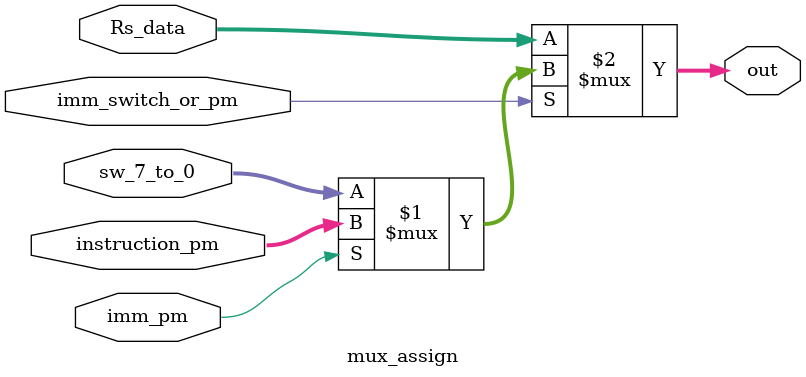
<source format=sv>

module mux_assign #(parameter n = 8)
						(
						//input
						input logic signed [n-1:0] Rs_data,                   
                        input  [7:0] sw_7_to_0,  
						input logic signed [7:0] instruction_pm, 
                        input logic imm_switch_or_pm,imm_pm,   
						//output						 
                         output  logic signed [7:0] out);            
  
  // when imm_switch_or_pm is 0, then will be Rs_data, 
  // when imm_pm is 1 and imm_switch_or_pm is 1, = instruction_pm
   assign out = imm_switch_or_pm ? (imm_pm ? instruction_pm : sw_7_to_0[7:0])  : Rs_data;    
  
endmodule  
</source>
